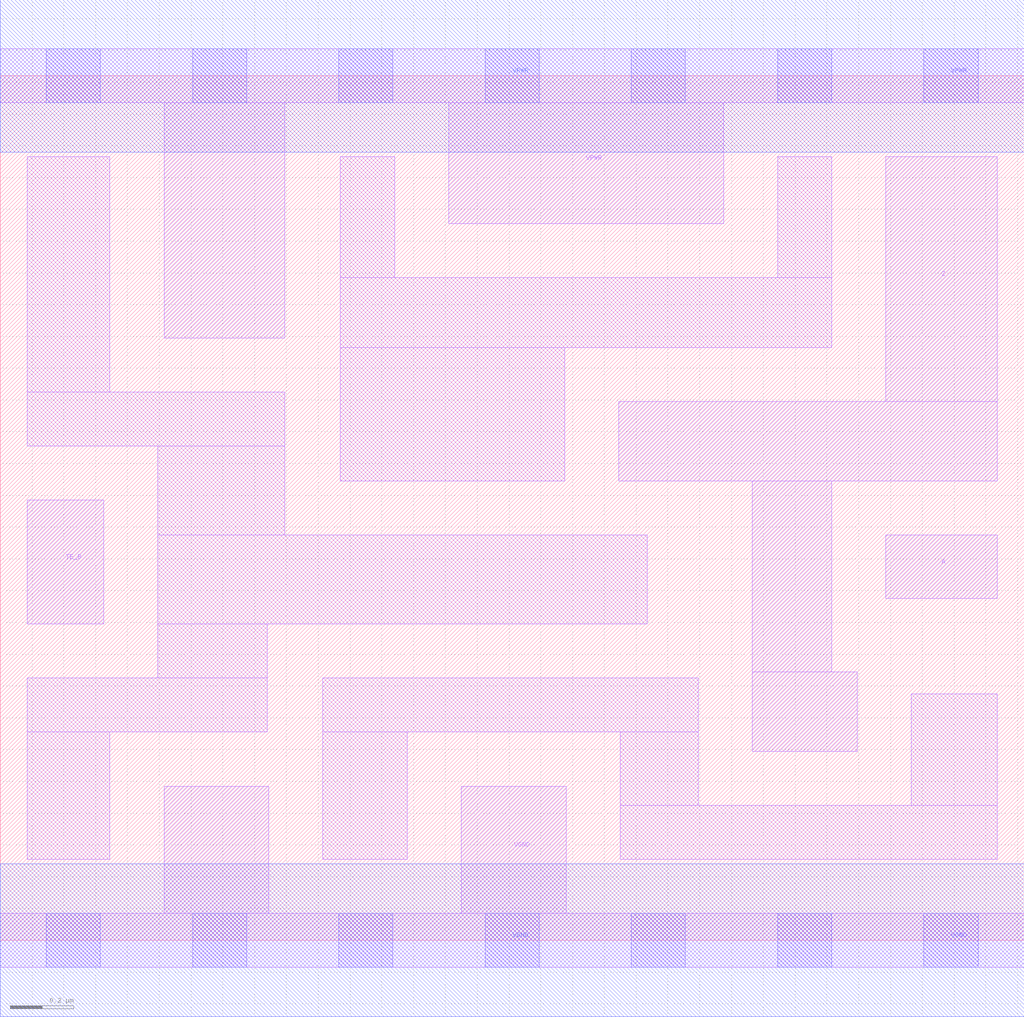
<source format=lef>
# Copyright 2020 The SkyWater PDK Authors
#
# Licensed under the Apache License, Version 2.0 (the "License");
# you may not use this file except in compliance with the License.
# You may obtain a copy of the License at
#
#     https://www.apache.org/licenses/LICENSE-2.0
#
# Unless required by applicable law or agreed to in writing, software
# distributed under the License is distributed on an "AS IS" BASIS,
# WITHOUT WARRANTIES OR CONDITIONS OF ANY KIND, either express or implied.
# See the License for the specific language governing permissions and
# limitations under the License.
#
# SPDX-License-Identifier: Apache-2.0

VERSION 5.7 ;
  NAMESCASESENSITIVE ON ;
  NOWIREEXTENSIONATPIN ON ;
  DIVIDERCHAR "/" ;
  BUSBITCHARS "[]" ;
UNITS
  DATABASE MICRONS 200 ;
END UNITS
MACRO sky130_fd_sc_hd__einvn_2
  CLASS CORE ;
  SOURCE USER ;
  FOREIGN sky130_fd_sc_hd__einvn_2 ;
  ORIGIN  0.000000  0.000000 ;
  SIZE  3.220000 BY  2.720000 ;
  SYMMETRY X Y R90 ;
  SITE unithd ;
  PIN A
    ANTENNAGATEAREA  0.495000 ;
    DIRECTION INPUT ;
    USE SIGNAL ;
    PORT
      LAYER li1 ;
        RECT 2.785000 1.075000 3.135000 1.275000 ;
    END
  END A
  PIN TE_B
    ANTENNAGATEAREA  0.441000 ;
    DIRECTION INPUT ;
    USE SIGNAL ;
    PORT
      LAYER li1 ;
        RECT 0.085000 0.995000 0.325000 1.385000 ;
    END
  END TE_B
  PIN Z
    ANTENNADIFFAREA  0.694800 ;
    DIRECTION OUTPUT ;
    USE SIGNAL ;
    PORT
      LAYER li1 ;
        RECT 1.945000 1.445000 3.135000 1.695000 ;
        RECT 2.365000 0.595000 2.695000 0.845000 ;
        RECT 2.365000 0.845000 2.615000 1.445000 ;
        RECT 2.785000 1.695000 3.135000 2.465000 ;
    END
  END Z
  PIN VGND
    DIRECTION INOUT ;
    SHAPE ABUTMENT ;
    USE GROUND ;
    PORT
      LAYER li1 ;
        RECT 0.000000 -0.085000 3.220000 0.085000 ;
        RECT 0.515000  0.085000 0.845000 0.485000 ;
        RECT 1.450000  0.085000 1.780000 0.485000 ;
      LAYER mcon ;
        RECT 0.145000 -0.085000 0.315000 0.085000 ;
        RECT 0.605000 -0.085000 0.775000 0.085000 ;
        RECT 1.065000 -0.085000 1.235000 0.085000 ;
        RECT 1.525000 -0.085000 1.695000 0.085000 ;
        RECT 1.985000 -0.085000 2.155000 0.085000 ;
        RECT 2.445000 -0.085000 2.615000 0.085000 ;
        RECT 2.905000 -0.085000 3.075000 0.085000 ;
      LAYER met1 ;
        RECT 0.000000 -0.240000 3.220000 0.240000 ;
    END
  END VGND
  PIN VPWR
    DIRECTION INOUT ;
    SHAPE ABUTMENT ;
    USE POWER ;
    PORT
      LAYER li1 ;
        RECT 0.000000 2.635000 3.220000 2.805000 ;
        RECT 0.515000 1.895000 0.895000 2.635000 ;
        RECT 1.410000 2.255000 2.275000 2.635000 ;
      LAYER mcon ;
        RECT 0.145000 2.635000 0.315000 2.805000 ;
        RECT 0.605000 2.635000 0.775000 2.805000 ;
        RECT 1.065000 2.635000 1.235000 2.805000 ;
        RECT 1.525000 2.635000 1.695000 2.805000 ;
        RECT 1.985000 2.635000 2.155000 2.805000 ;
        RECT 2.445000 2.635000 2.615000 2.805000 ;
        RECT 2.905000 2.635000 3.075000 2.805000 ;
      LAYER met1 ;
        RECT 0.000000 2.480000 3.220000 2.960000 ;
    END
  END VPWR
  OBS
    LAYER li1 ;
      RECT 0.085000 0.255000 0.345000 0.655000 ;
      RECT 0.085000 0.655000 0.840000 0.825000 ;
      RECT 0.085000 1.555000 0.895000 1.725000 ;
      RECT 0.085000 1.725000 0.345000 2.465000 ;
      RECT 0.495000 0.825000 0.840000 0.995000 ;
      RECT 0.495000 0.995000 2.035000 1.275000 ;
      RECT 0.495000 1.275000 0.895000 1.555000 ;
      RECT 1.015000 0.255000 1.280000 0.655000 ;
      RECT 1.015000 0.655000 2.195000 0.825000 ;
      RECT 1.070000 1.445000 1.775000 1.865000 ;
      RECT 1.070000 1.865000 2.615000 2.085000 ;
      RECT 1.070000 2.085000 1.240000 2.465000 ;
      RECT 1.950000 0.255000 3.135000 0.425000 ;
      RECT 1.950000 0.425000 2.195000 0.655000 ;
      RECT 2.445000 2.085000 2.615000 2.465000 ;
      RECT 2.865000 0.425000 3.135000 0.775000 ;
  END
END sky130_fd_sc_hd__einvn_2
END LIBRARY

</source>
